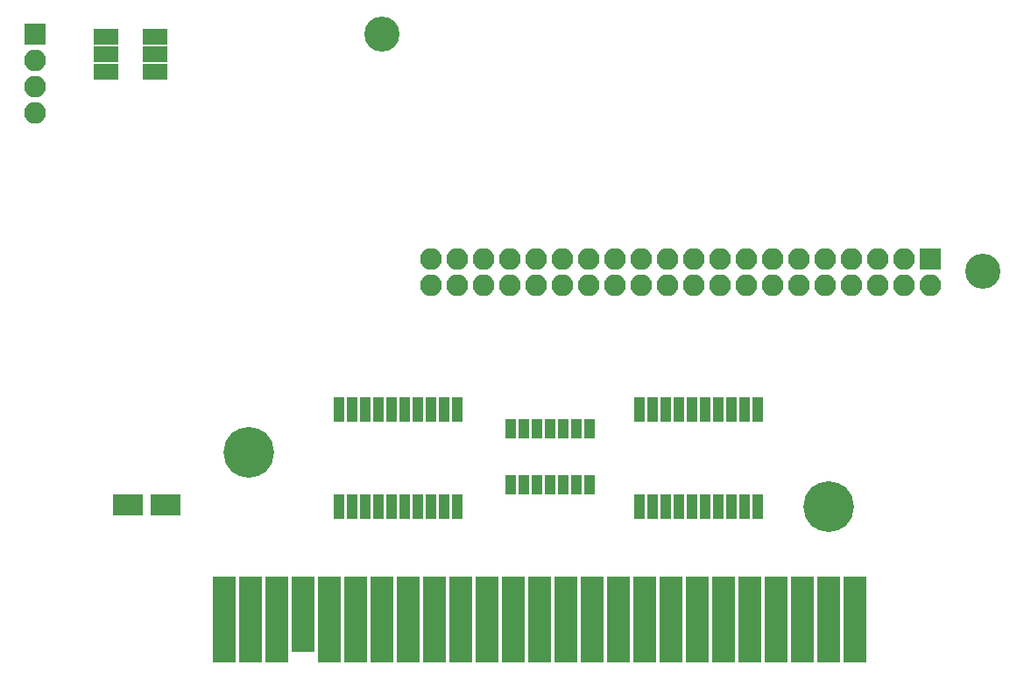
<source format=gbr>
G04 #@! TF.FileFunction,Soldermask,Top*
%FSLAX46Y46*%
G04 Gerber Fmt 4.6, Leading zero omitted, Abs format (unit mm)*
G04 Created by KiCad (PCBNEW 4.0.7) date 01/15/20 01:12:04*
%MOMM*%
%LPD*%
G01*
G04 APERTURE LIST*
%ADD10C,0.100000*%
%ADD11C,3.400000*%
%ADD12R,3.000000X2.000000*%
%ADD13R,2.400000X1.500000*%
%ADD14R,1.000000X2.350000*%
%ADD15R,1.000000X1.900000*%
%ADD16R,2.100000X2.100000*%
%ADD17O,2.100000X2.100000*%
%ADD18C,4.900000*%
%ADD19R,2.200000X8.400000*%
%ADD20R,2.200000X7.400000*%
G04 APERTURE END LIST*
D10*
D11*
X142248000Y-53129000D03*
D12*
X117707000Y-98742500D03*
X121307000Y-98742500D03*
D13*
X115520000Y-53418000D03*
X115520000Y-55118000D03*
X115520000Y-56818000D03*
X120320000Y-56818000D03*
X120320000Y-55118000D03*
X120320000Y-53418000D03*
D14*
X138049000Y-98871500D03*
X139319000Y-98871500D03*
X140589000Y-98871500D03*
X141859000Y-98871500D03*
X143129000Y-98871500D03*
X144399000Y-98871500D03*
X145669000Y-98871500D03*
X146939000Y-98871500D03*
X148209000Y-98871500D03*
X149479000Y-98871500D03*
X149479000Y-89471500D03*
X148209000Y-89471500D03*
X146939000Y-89471500D03*
X145669000Y-89471500D03*
X144399000Y-89471500D03*
X143129000Y-89471500D03*
X141859000Y-89471500D03*
X140589000Y-89471500D03*
X139319000Y-89471500D03*
X138049000Y-89471500D03*
D15*
X154686000Y-96776500D03*
X155956000Y-96776500D03*
X157226000Y-96776500D03*
X158496000Y-96776500D03*
X159766000Y-96776500D03*
X161036000Y-96776500D03*
X162306000Y-96776500D03*
X162306000Y-91376500D03*
X161036000Y-91376500D03*
X159766000Y-91376500D03*
X158496000Y-91376500D03*
X157226000Y-91376500D03*
X155956000Y-91376500D03*
X154686000Y-91376500D03*
D14*
X167132000Y-98871500D03*
X168402000Y-98871500D03*
X169672000Y-98871500D03*
X170942000Y-98871500D03*
X172212000Y-98871500D03*
X173482000Y-98871500D03*
X174752000Y-98871500D03*
X176022000Y-98871500D03*
X177292000Y-98871500D03*
X178562000Y-98871500D03*
X178562000Y-89471500D03*
X177292000Y-89471500D03*
X176022000Y-89471500D03*
X174752000Y-89471500D03*
X173482000Y-89471500D03*
X172212000Y-89471500D03*
X170942000Y-89471500D03*
X169672000Y-89471500D03*
X168402000Y-89471500D03*
X167132000Y-89471500D03*
D16*
X195199000Y-74930000D03*
D17*
X195199000Y-77470000D03*
X192659000Y-74930000D03*
X192659000Y-77470000D03*
X190119000Y-74930000D03*
X190119000Y-77470000D03*
X187579000Y-74930000D03*
X187579000Y-77470000D03*
X185039000Y-74930000D03*
X185039000Y-77470000D03*
X182499000Y-74930000D03*
X182499000Y-77470000D03*
X179959000Y-74930000D03*
X179959000Y-77470000D03*
X177419000Y-74930000D03*
X177419000Y-77470000D03*
X174879000Y-74930000D03*
X174879000Y-77470000D03*
X172339000Y-74930000D03*
X172339000Y-77470000D03*
X169799000Y-74930000D03*
X169799000Y-77470000D03*
X167259000Y-74930000D03*
X167259000Y-77470000D03*
X164719000Y-74930000D03*
X164719000Y-77470000D03*
X162179000Y-74930000D03*
X162179000Y-77470000D03*
X159639000Y-74930000D03*
X159639000Y-77470000D03*
X157099000Y-74930000D03*
X157099000Y-77470000D03*
X154559000Y-74930000D03*
X154559000Y-77470000D03*
X152019000Y-74930000D03*
X152019000Y-77470000D03*
X149479000Y-74930000D03*
X149479000Y-77470000D03*
X146939000Y-74930000D03*
X146939000Y-77470000D03*
D18*
X185356640Y-98869440D03*
D19*
X187972840Y-109799440D03*
X185432840Y-109799440D03*
X182892840Y-109799440D03*
X180352840Y-109799440D03*
X177812840Y-109799440D03*
X175272840Y-109799440D03*
X172732840Y-109799440D03*
X170192840Y-109799440D03*
X167652840Y-109799440D03*
X165112840Y-109799440D03*
X162572840Y-109799440D03*
X160032840Y-109799440D03*
X157492840Y-109799440D03*
X154952840Y-109799440D03*
X152412840Y-109799440D03*
X149872840Y-109799440D03*
X147332840Y-109799440D03*
X144792840Y-109799440D03*
X142252840Y-109799440D03*
X139712840Y-109799440D03*
X137172840Y-109799440D03*
D20*
X134627760Y-109306680D03*
D19*
X132092840Y-109799440D03*
X129552840Y-109799440D03*
X127012840Y-109799440D03*
D18*
X129357260Y-93667520D03*
D11*
X200279000Y-76136500D03*
D16*
X108712000Y-53149500D03*
D17*
X108712000Y-55689500D03*
X108712000Y-58229500D03*
X108712000Y-60769500D03*
M02*

</source>
